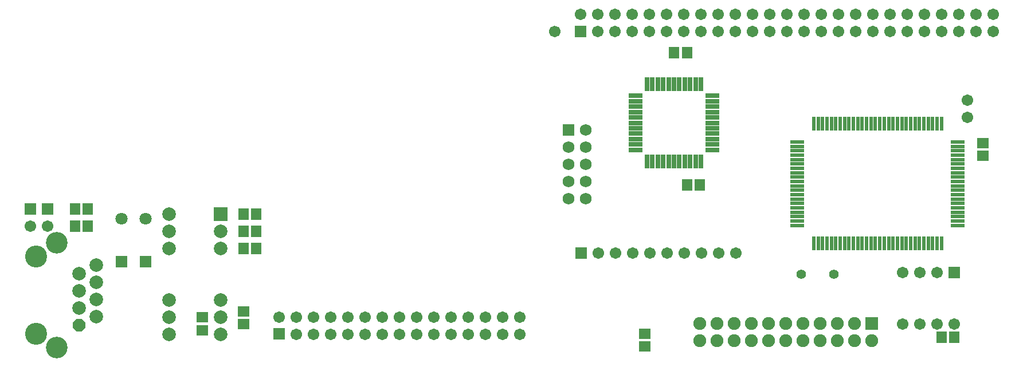
<source format=gts>
G04 DipTrace 3.0.0.1*
G04 Falc-eth.GTS*
%MOMM*%
G04 #@! TF.FileFunction,Soldermask,Top*
G04 #@! TF.Part,Single*
%AMOUTLINE1*5,1,8,0,0,2.01995,-202.49903*%
%ADD51C,3.25*%
%ADD60C,1.4224*%
%ADD61R,2.0032X0.7032*%
%ADD62R,0.7032X2.0032*%
%ADD63R,2.0032X0.6032*%
%ADD64R,0.6032X2.0032*%
%ADD65R,2.0032X2.0032*%
%ADD66C,1.7018*%
%ADD67C,1.9032*%
%ADD68R,1.9032X1.9032*%
%ADD69C,1.7032*%
%ADD70R,1.7272X1.7272*%
%ADD71C,1.7272*%
%ADD72C,3.2032*%
%ADD73C,2.0032*%
%ADD74C,1.7032*%
%ADD75R,1.7032X1.7032*%
%ADD76R,1.7132X1.7132*%
%ADD77C,1.7132*%
%ADD78R,1.8032X1.8032*%
%ADD79C,1.8032*%
%ADD80R,1.5032X1.7032*%
%ADD83R,1.7032X1.5032*%
%ADD88OUTLINE1*%
%FSLAX35Y35*%
G04*
G71*
G90*
G75*
G01*
G04 TopMask*
%LPD*%
D80*
X4505960Y2994660D3*
X4695960D3*
X15008860Y1432560D3*
X14818860D3*
D83*
X3896360Y1724660D3*
Y1534660D3*
D79*
X3058160Y3185160D3*
D78*
Y2550160D3*
D80*
X4505960Y3248660D3*
X4695960D3*
X4504940Y2740660D3*
X4694940D3*
D79*
X2702560Y3185160D3*
D78*
Y2550160D3*
D77*
X1356360Y3070860D3*
D76*
Y3324860D3*
D77*
X1610360Y3070860D3*
D76*
Y3324860D3*
D75*
X9484440Y5953080D3*
D74*
Y6207080D3*
X9738440Y5953080D3*
Y6207080D3*
X9992440Y5953080D3*
Y6207080D3*
X10246440Y5953080D3*
Y6207080D3*
X10500440Y5953080D3*
Y6207080D3*
X10754440Y5953080D3*
Y6207080D3*
X11008440Y5953080D3*
Y6207080D3*
X11262440Y5953080D3*
Y6207080D3*
X11516440Y5953080D3*
Y6207080D3*
X11770440Y5953080D3*
Y6207080D3*
X12024440Y5953080D3*
Y6207080D3*
X12278440Y5953080D3*
Y6207080D3*
X12532440Y5953080D3*
Y6207080D3*
X12786440Y5953080D3*
Y6207080D3*
X13040440Y5953080D3*
Y6207080D3*
X13294440Y5953080D3*
Y6207080D3*
X13548440Y5953080D3*
Y6207080D3*
X13802440Y5953080D3*
Y6207080D3*
X14056440Y5953080D3*
Y6207080D3*
X14310440Y5953080D3*
Y6207080D3*
X14564440Y5953080D3*
Y6207080D3*
X14818440Y5953080D3*
Y6207080D3*
X15072440Y5953080D3*
Y6207080D3*
X15326440Y5953080D3*
Y6207080D3*
X15580440Y5953080D3*
Y6207080D3*
D75*
X5031740Y1478280D3*
D74*
X5030740Y1731280D3*
X5284740Y1477280D3*
Y1731280D3*
X5538740Y1477280D3*
Y1731280D3*
X5792740Y1477280D3*
Y1731280D3*
X6046740Y1477280D3*
Y1731280D3*
X6300740Y1477280D3*
Y1731280D3*
X6554740Y1477280D3*
Y1731280D3*
X6808740Y1477280D3*
Y1731280D3*
X7062740Y1477280D3*
Y1731280D3*
X7316740Y1477280D3*
Y1731280D3*
X7570740Y1477280D3*
Y1731280D3*
X7824740Y1477280D3*
Y1731280D3*
X8078740Y1477280D3*
Y1731280D3*
X8332740Y1477280D3*
Y1731280D3*
X8586740Y1477280D3*
Y1731280D3*
D88*
X2079680Y1610360D3*
D73*
X2333680Y1737390D3*
X2079680Y1864390D3*
X2333680Y1991390D3*
X2079680Y2118390D3*
X2333680Y2245390D3*
X2079680Y2372390D3*
X2333680Y2499360D3*
D72*
X1749680Y1280360D3*
Y2829360D3*
D51*
X1444680Y1483360D3*
Y2626360D3*
D71*
X9560560Y3477260D3*
X9306560D3*
Y3731260D3*
X9560560D3*
X9306560Y3985260D3*
X9560560D3*
X9306560Y4239260D3*
X9560560D3*
Y4493260D3*
D70*
X9306560D3*
D75*
X9497060Y2677160D3*
D74*
X9751060D3*
X10005060D3*
X10259060D3*
X10513060D3*
X10767060D3*
X11021060D3*
X11275060D3*
X11529060D3*
X11783060D3*
D69*
X15199360Y4937760D3*
Y4683760D3*
D68*
X13789660Y1635760D3*
D67*
Y1381760D3*
X13535660Y1635760D3*
Y1381760D3*
X13281660Y1635760D3*
Y1381760D3*
X13027660Y1635760D3*
Y1381760D3*
X12773660Y1635760D3*
Y1381760D3*
X12519660Y1635760D3*
Y1381760D3*
X12265660Y1635760D3*
Y1381760D3*
X12011660Y1635760D3*
Y1381760D3*
X11757660Y1635760D3*
Y1381760D3*
X11503660Y1635760D3*
Y1381760D3*
X11249660Y1635760D3*
Y1381760D3*
D66*
X9103360Y5953760D3*
D80*
X2016760Y3070860D3*
X2206760D3*
X2207260Y3324860D3*
X2017260D3*
D83*
X4505960Y1623560D3*
Y1813560D3*
D80*
X11250680Y3680460D3*
X11060680D3*
X10868660Y5636260D3*
X11058660D3*
D83*
X15427960Y4112260D3*
Y4302260D3*
X10436860Y1483360D3*
Y1293360D3*
D65*
X4168520Y3248660D3*
D73*
Y2994660D3*
Y2740660D3*
Y1978660D3*
Y1724660D3*
Y1470660D3*
X3406520D3*
Y1724660D3*
Y1978660D3*
Y2740660D3*
Y2994660D3*
Y3248660D3*
D64*
X14818360Y4586360D3*
X14753360D3*
X14688360D3*
X14623360D3*
X14558360D3*
X14493360D3*
X14428360D3*
X14363360D3*
X14298360D3*
X14233360D3*
X14168360D3*
X14103360D3*
X14038360D3*
X13973360D3*
X13908360D3*
X13843360D3*
X13778360D3*
X13713360D3*
X13648360D3*
X13583360D3*
X13518360D3*
X13453360D3*
X13388360D3*
X13323360D3*
X13258360D3*
X13193360D3*
X13128360D3*
X13063360D3*
X12998360D3*
X12933360D3*
D63*
X12690860Y4318860D3*
Y4253860D3*
Y4188860D3*
Y4123860D3*
Y4058860D3*
Y3993860D3*
Y3928860D3*
Y3863860D3*
Y3798860D3*
Y3733860D3*
Y3668860D3*
Y3603860D3*
Y3538860D3*
Y3473860D3*
Y3408860D3*
Y3343860D3*
Y3278860D3*
Y3213860D3*
Y3148860D3*
Y3083860D3*
D64*
X12933360Y2816360D3*
X12998360D3*
X13063360D3*
X13128360D3*
X13193360D3*
X13258360D3*
X13323360D3*
X13388360D3*
X13453360D3*
X13518360D3*
X13583360D3*
X13648360D3*
X13713360D3*
X13778360D3*
X13843360D3*
X13908360D3*
X13973360D3*
X14038360D3*
X14103360D3*
X14168360D3*
X14233360D3*
X14298360D3*
X14363360D3*
X14428360D3*
X14493360D3*
X14558360D3*
X14623360D3*
X14688360D3*
X14753360D3*
X14818360D3*
D63*
X15060860Y3083860D3*
Y3148860D3*
Y3213860D3*
Y3278860D3*
Y3343860D3*
Y3408860D3*
Y3473860D3*
Y3538860D3*
Y3603860D3*
Y3668860D3*
Y3733860D3*
Y3798860D3*
Y3863860D3*
Y3928860D3*
Y3993860D3*
Y4058860D3*
Y4123860D3*
Y4188860D3*
Y4253860D3*
Y4318860D3*
D62*
X10467160Y4031260D3*
X10547160D3*
X10627160D3*
X10707160D3*
X10787160D3*
X10867160D3*
X10947160D3*
X11027160D3*
X11107160D3*
X11187160D3*
X11267160D3*
D61*
X11437160Y4201260D3*
Y4281260D3*
Y4361260D3*
Y4441260D3*
Y4521260D3*
Y4601260D3*
Y4681260D3*
Y4761260D3*
Y4841260D3*
Y4921260D3*
Y5001260D3*
D62*
X11267160Y5171260D3*
X11187160D3*
X11107160D3*
X11027160D3*
X10947160D3*
X10867160D3*
X10787160D3*
X10707160D3*
X10627160D3*
X10547160D3*
X10467160D3*
D61*
X10297160Y5001260D3*
Y4921260D3*
Y4841260D3*
Y4761260D3*
Y4681260D3*
Y4601260D3*
Y4521260D3*
Y4441260D3*
Y4361260D3*
Y4281260D3*
Y4201260D3*
D75*
X15008860Y2385060D3*
D74*
X14754860D3*
X14500860D3*
X14246860D3*
Y1623060D3*
X14500860D3*
X14754860D3*
X15008860D3*
D60*
X12748260Y2359660D3*
X13230860D3*
M02*

</source>
